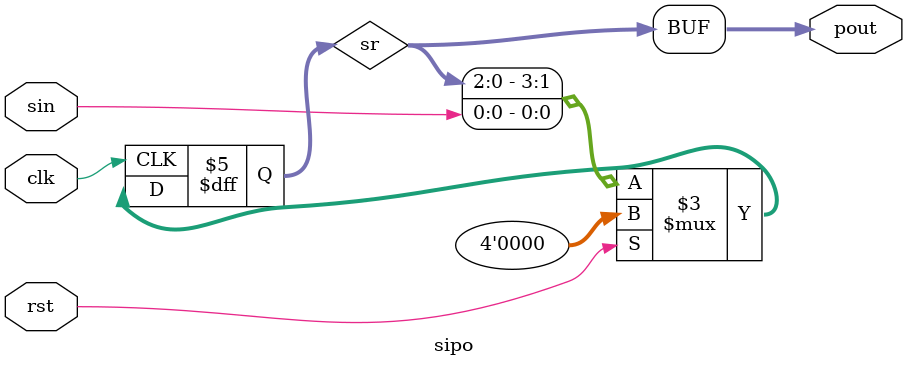
<source format=v>
module sipo(input sin,clk,rst, output [3:0] pout);
reg [3:0] sr;
always @(negedge clk) begin
	if(rst) sr<=4'b0000;
	else	sr<={sr[2:0],sin};	
end
assign pout=sr;
endmodule

</source>
